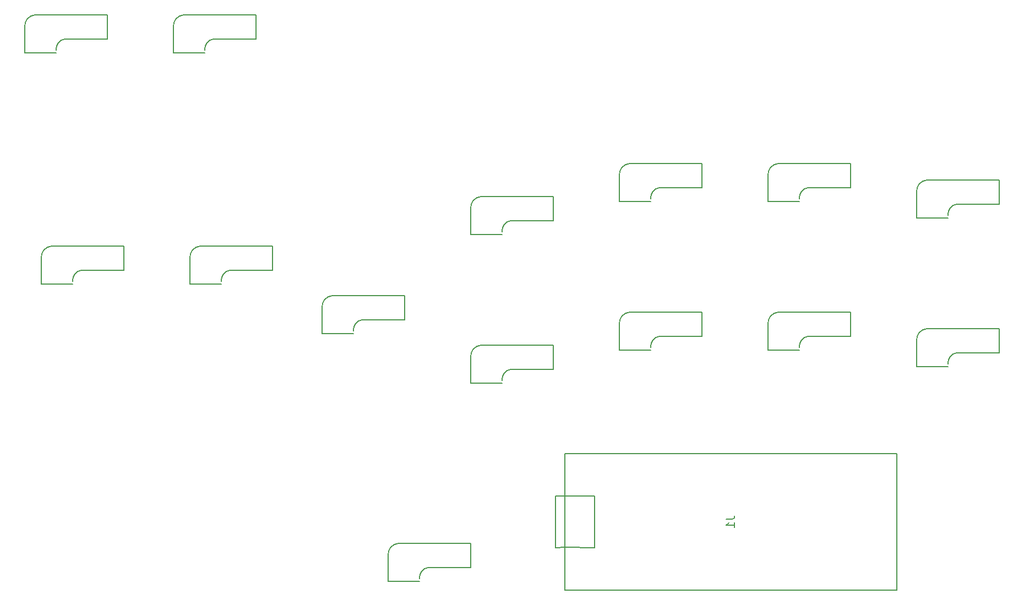
<source format=gbr>
%TF.GenerationSoftware,KiCad,Pcbnew,6.0.8-f2edbf62ab~116~ubuntu22.04.1*%
%TF.CreationDate,2022-10-10T15:37:59-06:00*%
%TF.ProjectId,PPP_pcb,5050505f-7063-4622-9e6b-696361645f70,rev?*%
%TF.SameCoordinates,Original*%
%TF.FileFunction,Legend,Bot*%
%TF.FilePolarity,Positive*%
%FSLAX46Y46*%
G04 Gerber Fmt 4.6, Leading zero omitted, Abs format (unit mm)*
G04 Created by KiCad (PCBNEW 6.0.8-f2edbf62ab~116~ubuntu22.04.1) date 2022-10-10 15:37:59*
%MOMM*%
%LPD*%
G01*
G04 APERTURE LIST*
%ADD10C,0.150000*%
%ADD11C,0.127000*%
G04 APERTURE END LIST*
D10*
%TO.C,J1*%
X197424523Y-116416666D02*
X198331666Y-116416666D01*
X198513095Y-116356190D01*
X198634047Y-116235238D01*
X198694523Y-116053809D01*
X198694523Y-115932857D01*
X198694523Y-117686666D02*
X198694523Y-116960952D01*
X198694523Y-117323809D02*
X197424523Y-117323809D01*
X197605952Y-117202857D01*
X197726904Y-117081904D01*
X197787380Y-116960952D01*
D11*
%TO.C,U$15*%
X203835000Y-90424000D02*
X208661000Y-90424000D01*
X216535000Y-84582000D02*
X205359000Y-84582000D01*
X203835000Y-90424000D02*
X203835000Y-86487000D01*
X216535000Y-84582000D02*
X216535000Y-88265000D01*
X210058000Y-88265000D02*
X216535000Y-88265000D01*
X205359000Y-84582000D02*
G75*
G03*
X203835000Y-86487000I190500J-1714500D01*
G01*
X210058001Y-88264999D02*
G75*
G03*
X208661000Y-90043000I190499J-1587500D01*
G01*
%TO.C,U$13*%
X158115000Y-95504000D02*
X162941000Y-95504000D01*
X158115000Y-95504000D02*
X158115000Y-91567000D01*
X164338000Y-93345000D02*
X170815000Y-93345000D01*
X170815000Y-89662000D02*
X170815000Y-93345000D01*
X170815000Y-89662000D02*
X159639000Y-89662000D01*
X164338001Y-93344999D02*
G75*
G03*
X162941000Y-95123000I190499J-1587500D01*
G01*
X159639000Y-89662000D02*
G75*
G03*
X158115000Y-91567000I190500J-1714500D01*
G01*
%TO.C,U$12*%
X239395000Y-64262000D02*
X239395000Y-67945000D01*
X232918000Y-67945000D02*
X239395000Y-67945000D01*
X239395000Y-64262000D02*
X228219000Y-64262000D01*
X226695000Y-70104000D02*
X231521000Y-70104000D01*
X226695000Y-70104000D02*
X226695000Y-66167000D01*
X228219000Y-64262000D02*
G75*
G03*
X226695000Y-66167000I190500J-1714500D01*
G01*
X232918001Y-67944999D02*
G75*
G03*
X231521000Y-69723000I190499J-1587500D01*
G01*
%TO.C,U$10*%
X180975000Y-67564000D02*
X180975000Y-63627000D01*
X187198000Y-65405000D02*
X193675000Y-65405000D01*
X193675000Y-61722000D02*
X182499000Y-61722000D01*
X193675000Y-61722000D02*
X193675000Y-65405000D01*
X180975000Y-67564000D02*
X185801000Y-67564000D01*
X182499000Y-61722000D02*
G75*
G03*
X180975000Y-63627000I190500J-1714500D01*
G01*
X187198001Y-65404999D02*
G75*
G03*
X185801000Y-67183000I190499J-1587500D01*
G01*
%TO.C,U$16*%
X232918000Y-90805000D02*
X239395000Y-90805000D01*
X239395000Y-87122000D02*
X228219000Y-87122000D01*
X226695000Y-92964000D02*
X226695000Y-89027000D01*
X226695000Y-92964000D02*
X231521000Y-92964000D01*
X239395000Y-87122000D02*
X239395000Y-90805000D01*
X232918001Y-90804999D02*
G75*
G03*
X231521000Y-92583000I190499J-1587500D01*
G01*
X228219000Y-87122000D02*
G75*
G03*
X226695000Y-89027000I190500J-1714500D01*
G01*
%TO.C,U$11*%
X216535000Y-61722000D02*
X216535000Y-65405000D01*
X216535000Y-61722000D02*
X205359000Y-61722000D01*
X210058000Y-65405000D02*
X216535000Y-65405000D01*
X203835000Y-67564000D02*
X208661000Y-67564000D01*
X203835000Y-67564000D02*
X203835000Y-63627000D01*
X205359000Y-61722000D02*
G75*
G03*
X203835000Y-63627000I190500J-1714500D01*
G01*
X210058001Y-65404999D02*
G75*
G03*
X208661000Y-67183000I190499J-1587500D01*
G01*
%TO.C,U$18*%
X89535000Y-44704000D02*
X89535000Y-40767000D01*
X102235000Y-38862000D02*
X102235000Y-42545000D01*
X102235000Y-38862000D02*
X91059000Y-38862000D01*
X95758000Y-42545000D02*
X102235000Y-42545000D01*
X89535000Y-44704000D02*
X94361000Y-44704000D01*
X95758001Y-42544999D02*
G75*
G03*
X94361000Y-44323000I190499J-1587500D01*
G01*
X91059000Y-38862000D02*
G75*
G03*
X89535000Y-40767000I190500J-1714500D01*
G01*
%TO.C,U$6*%
X145415000Y-125984000D02*
X150241000Y-125984000D01*
X158115000Y-120142000D02*
X158115000Y-123825000D01*
X158115000Y-120142000D02*
X146939000Y-120142000D01*
X151638000Y-123825000D02*
X158115000Y-123825000D01*
X145415000Y-125984000D02*
X145415000Y-122047000D01*
X146939000Y-120142000D02*
G75*
G03*
X145415000Y-122047000I190500J-1714500D01*
G01*
X151638001Y-123824999D02*
G75*
G03*
X150241000Y-125603000I190499J-1587500D01*
G01*
%TO.C,U$14*%
X193675000Y-84582000D02*
X193675000Y-88265000D01*
X187198000Y-88265000D02*
X193675000Y-88265000D01*
X193675000Y-84582000D02*
X182499000Y-84582000D01*
X180975000Y-90424000D02*
X180975000Y-86487000D01*
X180975000Y-90424000D02*
X185801000Y-90424000D01*
X187198001Y-88264999D02*
G75*
G03*
X185801000Y-90043000I190499J-1587500D01*
G01*
X182499000Y-84582000D02*
G75*
G03*
X180975000Y-86487000I190500J-1714500D01*
G01*
%TO.C,U$2*%
X92075000Y-80264000D02*
X92075000Y-76327000D01*
X104775000Y-74422000D02*
X104775000Y-78105000D01*
X98298000Y-78105000D02*
X104775000Y-78105000D01*
X92075000Y-80264000D02*
X96901000Y-80264000D01*
X104775000Y-74422000D02*
X93599000Y-74422000D01*
X93599000Y-74422000D02*
G75*
G03*
X92075000Y-76327000I190500J-1714500D01*
G01*
X98298001Y-78104999D02*
G75*
G03*
X96901000Y-79883000I190499J-1587500D01*
G01*
%TO.C,U$8*%
X125095000Y-38862000D02*
X113919000Y-38862000D01*
X118618000Y-42545000D02*
X125095000Y-42545000D01*
X112395000Y-44704000D02*
X112395000Y-40767000D01*
X125095000Y-38862000D02*
X125095000Y-42545000D01*
X112395000Y-44704000D02*
X117221000Y-44704000D01*
X113919000Y-38862000D02*
G75*
G03*
X112395000Y-40767000I190500J-1714500D01*
G01*
X118618001Y-42544999D02*
G75*
G03*
X117221000Y-44323000I190499J-1587500D01*
G01*
%TO.C,U$4*%
X127635000Y-74422000D02*
X127635000Y-78105000D01*
X121158000Y-78105000D02*
X127635000Y-78105000D01*
X127635000Y-74422000D02*
X116459000Y-74422000D01*
X114935000Y-80264000D02*
X114935000Y-76327000D01*
X114935000Y-80264000D02*
X119761000Y-80264000D01*
X121158001Y-78104999D02*
G75*
G03*
X119761000Y-79883000I190499J-1587500D01*
G01*
X116459000Y-74422000D02*
G75*
G03*
X114935000Y-76327000I190500J-1714500D01*
G01*
%TO.C,U$9*%
X170815000Y-66802000D02*
X159639000Y-66802000D01*
X158115000Y-72644000D02*
X162941000Y-72644000D01*
X170815000Y-66802000D02*
X170815000Y-70485000D01*
X158115000Y-72644000D02*
X158115000Y-68707000D01*
X164338000Y-70485000D02*
X170815000Y-70485000D01*
X164338001Y-70484999D02*
G75*
G03*
X162941000Y-72263000I190499J-1587500D01*
G01*
X159639000Y-66802000D02*
G75*
G03*
X158115000Y-68707000I190500J-1714500D01*
G01*
%TO.C,U$5*%
X147955000Y-82042000D02*
X136779000Y-82042000D01*
X135255000Y-87884000D02*
X135255000Y-83947000D01*
X141478000Y-85725000D02*
X147955000Y-85725000D01*
X147955000Y-82042000D02*
X147955000Y-85725000D01*
X135255000Y-87884000D02*
X140081000Y-87884000D01*
X136779000Y-82042000D02*
G75*
G03*
X135255000Y-83947000I190500J-1714500D01*
G01*
X141478001Y-85724999D02*
G75*
G03*
X140081000Y-87503000I190499J-1587500D01*
G01*
%TO.C,J1*%
X172620000Y-112840000D02*
X171120000Y-112840000D01*
X171120000Y-120840000D02*
X172620000Y-120740000D01*
X172620000Y-112840000D02*
X177120000Y-112840000D01*
X177120000Y-112840000D02*
X177120000Y-120840000D01*
X223620000Y-127340000D02*
X223620000Y-106340000D01*
X172620000Y-127340000D02*
X223620000Y-127340000D01*
X223620000Y-106340000D02*
X172620000Y-106340000D01*
X171120000Y-112840000D02*
X171120000Y-120840000D01*
X172620000Y-120740000D02*
X172620000Y-127340000D01*
X172620000Y-112840000D02*
X172620000Y-120740000D01*
X177120000Y-120840000D02*
X172620000Y-120740000D01*
X172620000Y-106340000D02*
X172620000Y-112840000D01*
%TD*%
M02*

</source>
